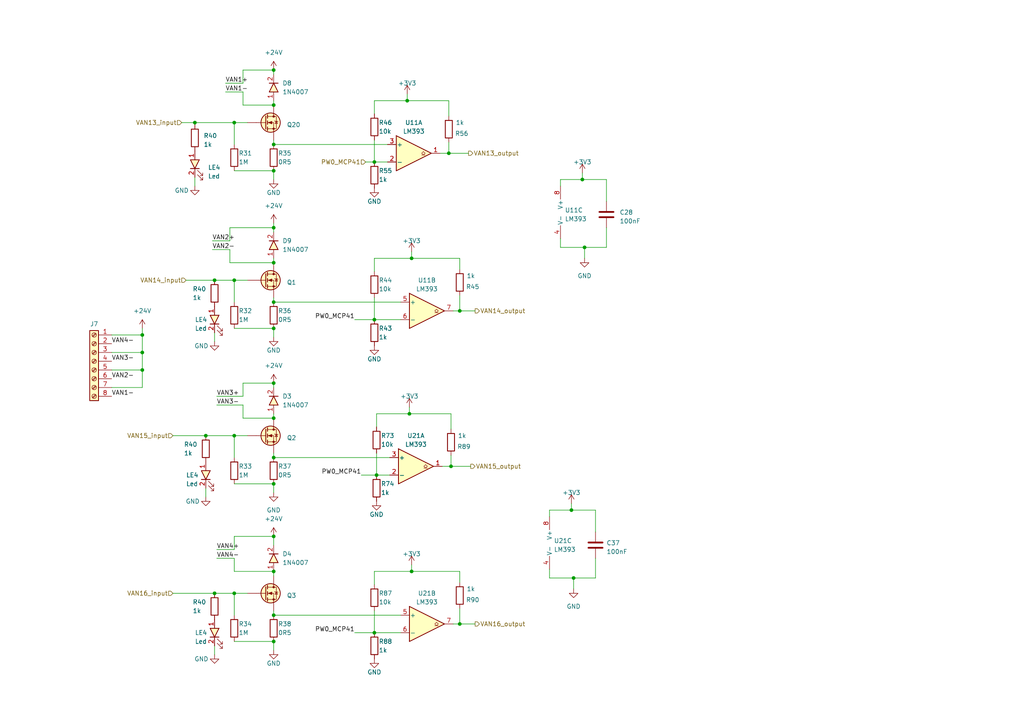
<source format=kicad_sch>
(kicad_sch (version 20230121) (generator eeschema)
  (paper "A4")
  (lib_symbols
    (symbol "Comparator:LM393" (pin_names (offset 0.127))
      (property "Reference" "U" (at 3.81 3.81 0))
      (property "Value" "LM393" (at 6.35 -3.81 0))
      (symbol "LM393_1_1"
        (polyline (pts (xy -5.08 5.08) (xy 5.08 0) (xy -5.08 -5.08) (xy -5.08 5.08)) (stroke (width 0.254)) (fill (type background)))
        (polyline (pts (xy 3.302 -0.508) (xy 2.794 -0.508) (xy 3.302 0) (xy 2.794 0.508) (xy 2.286 0) (xy 2.794 -0.508) (xy 2.286 -0.508)) (stroke (width 0.127)))
        (pin open_collector line (at 7.62 0 180) (length 2.54) (name "~") (number "1"))
        (pin input line (at -7.62 -2.54 0) (length 2.54) (name "-") (number "2"))
        (pin input line (at -7.62 2.54 0) (length 2.54) (name "+") (number "3"))
      )
      (symbol "LM393_2_1"
        (polyline (pts (xy -5.08 5.08) (xy 5.08 0) (xy -5.08 -5.08) (xy -5.08 5.08)) (stroke (width 0.254)) (fill (type background)))
        (polyline (pts (xy 3.302 -0.508) (xy 2.794 -0.508) (xy 3.302 0) (xy 2.794 0.508) (xy 2.286 0) (xy 2.794 -0.508) (xy 2.286 -0.508)) (stroke (width 0.127)))
        (pin input line (at -7.62 2.54 0) (length 2.54) (name "+") (number "5"))
        (pin input line (at -7.62 -2.54 0) (length 2.54) (name "-") (number "6"))
        (pin open_collector line (at 7.62 0 180) (length 2.54) (name "~") (number "7"))
      )
      (symbol "LM393_3_1"
        (pin power_in line (at -2.54 -7.62 90) (length 3.81) (name "V-") (number "4"))
        (pin power_in line (at -2.54 7.62 270) (length 3.81) (name "V+") (number "8"))
      )
    )
    (symbol "Connector:Screw_Terminal_01x08" (pin_names (offset 1.016) hide)
      (property "Reference" "J" (at 0 10.16 0))
      (property "Value" "Screw_Terminal_01x08" (at 0 -12.7 0))
      (symbol "Screw_Terminal_01x08_1_1"
        (rectangle (start -1.27 8.89) (end 1.27 -11.43) (stroke (width 0.254)) (fill (type background)))
        (circle (center 0 -10.16) (radius 0.635) (stroke (width 0.1524)))
        (circle (center 0 -7.62) (radius 0.635) (stroke (width 0.1524)))
        (circle (center 0 -5.08) (radius 0.635) (stroke (width 0.1524)))
        (circle (center 0 -2.54) (radius 0.635) (stroke (width 0.1524)))
        (polyline (pts (xy -0.5334 -9.8298) (xy 0.3302 -10.668)) (stroke (width 0.1524)))
        (polyline (pts (xy -0.5334 -7.2898) (xy 0.3302 -8.128)) (stroke (width 0.1524)))
        (polyline (pts (xy -0.5334 -4.7498) (xy 0.3302 -5.588)) (stroke (width 0.1524)))
        (polyline (pts (xy -0.5334 -2.2098) (xy 0.3302 -3.048)) (stroke (width 0.1524)))
        (polyline (pts (xy -0.5334 0.3302) (xy 0.3302 -0.508)) (stroke (width 0.1524)))
        (polyline (pts (xy -0.5334 2.8702) (xy 0.3302 2.032)) (stroke (width 0.1524)))
        (polyline (pts (xy -0.5334 5.4102) (xy 0.3302 4.572)) (stroke (width 0.1524)))
        (polyline (pts (xy -0.5334 7.9502) (xy 0.3302 7.112)) (stroke (width 0.1524)))
        (polyline (pts (xy -0.3556 -9.652) (xy 0.508 -10.4902)) (stroke (width 0.1524)))
        (polyline (pts (xy -0.3556 -7.112) (xy 0.508 -7.9502)) (stroke (width 0.1524)))
        (polyline (pts (xy -0.3556 -4.572) (xy 0.508 -5.4102)) (stroke (width 0.1524)))
        (polyline (pts (xy -0.3556 -2.032) (xy 0.508 -2.8702)) (stroke (width 0.1524)))
        (polyline (pts (xy -0.3556 0.508) (xy 0.508 -0.3302)) (stroke (width 0.1524)))
        (polyline (pts (xy -0.3556 3.048) (xy 0.508 2.2098)) (stroke (width 0.1524)))
        (polyline (pts (xy -0.3556 5.588) (xy 0.508 4.7498)) (stroke (width 0.1524)))
        (polyline (pts (xy -0.3556 8.128) (xy 0.508 7.2898)) (stroke (width 0.1524)))
        (circle (center 0 0) (radius 0.635) (stroke (width 0.1524)))
        (circle (center 0 2.54) (radius 0.635) (stroke (width 0.1524)))
        (circle (center 0 5.08) (radius 0.635) (stroke (width 0.1524)))
        (circle (center 0 7.62) (radius 0.635) (stroke (width 0.1524)))
        (pin passive line (at -5.08 7.62 0) (length 3.81) (name "Pin_1") (number "1"))
        (pin passive line (at -5.08 5.08 0) (length 3.81) (name "Pin_2") (number "2"))
        (pin passive line (at -5.08 2.54 0) (length 3.81) (name "Pin_3") (number "3"))
        (pin passive line (at -5.08 0 0) (length 3.81) (name "Pin_4") (number "4"))
        (pin passive line (at -5.08 -2.54 0) (length 3.81) (name "Pin_5") (number "5"))
        (pin passive line (at -5.08 -5.08 0) (length 3.81) (name "Pin_6") (number "6"))
        (pin passive line (at -5.08 -7.62 0) (length 3.81) (name "Pin_7") (number "7"))
        (pin passive line (at -5.08 -10.16 0) (length 3.81) (name "Pin_8") (number "8"))
      )
    )
    (symbol "Device:C" (pin_numbers hide) (pin_names (offset 0.254))
      (property "Reference" "C" (at 0.635 2.54 0))
      (property "Value" "C" (at 0.635 -2.54 0))
      (symbol "C_0_1"
        (polyline (pts (xy -2.032 -0.762) (xy 2.032 -0.762)) (stroke (width 0.508)))
        (polyline (pts (xy -2.032 0.762) (xy 2.032 0.762)) (stroke (width 0.508)))
      )
      (symbol "C_1_1"
        (pin passive line (at 0 3.81 270) (length 2.794) (name "~") (number "1"))
        (pin passive line (at 0 -3.81 90) (length 2.794) (name "~") (number "2"))
      )
    )
    (symbol "Device:R" (pin_numbers hide) (pin_names (offset 0))
      (property "Reference" "R" (at 2.032 0 90))
      (property "Value" "R" (at 0 0 90))
      (symbol "R_0_1"
        (rectangle (start -1.016 -2.54) (end 1.016 2.54) (stroke (width 0.254)))
      )
      (symbol "R_1_1"
        (pin passive line (at 0 3.81 270) (length 1.27) (name "~") (number "1"))
        (pin passive line (at 0 -3.81 90) (length 1.27) (name "~") (number "2"))
      )
    )
    (symbol "IVS_SYMBOLS:Led"
      (property "Reference" "LE" (at 0.508 -2.794 0))
      (property "Value" "Led" (at -0.254 2.794 0))
      (symbol "Led_0_1"
        (polyline (pts (xy 0 -1.27) (xy 0 1.27)) (stroke (width 0.254)))
        (polyline (pts (xy 2.54 -1.27) (xy 2.54 1.27) (xy 0 0) (xy 2.54 -1.27)) (stroke (width 0.254)) (fill (type background)))
        (polyline (pts (xy -1.778 -0.762) (xy -3.302 -2.286) (xy -2.54 -2.286) (xy -3.302 -2.286) (xy -3.302 -1.524)))
        (polyline (pts (xy -0.508 -0.762) (xy -2.032 -2.286) (xy -1.27 -2.286) (xy -2.032 -2.286) (xy -2.032 -1.524)))
      )
      (symbol "Led_1_1"
        (pin passive line (at 5.08 0 180) (length 2.54) (name "") (number "1"))
        (pin passive line (at -2.54 0 0) (length 2.54) (name "") (number "2"))
      )
    )
    (symbol "IVS_SYMBOLS:N_Mosfet" (pin_numbers hide) (pin_names hide)
      (property "Reference" "Q" (at 2.794 1.2192 0))
      (symbol "N_Mosfet_0_1"
        (circle (center -0.889 0) (radius 2.794) (stroke (width 0.254)) (fill (type background)))
        (circle (center 0 -1.778) (radius 0.254) (fill (type outline)))
        (polyline (pts (xy -2.286 0) (xy -5.08 0)))
        (polyline (pts (xy -2.286 1.905) (xy -2.286 -1.905)) (stroke (width 0.254)))
        (polyline (pts (xy -1.778 -1.27) (xy -1.778 -2.286)) (stroke (width 0.254)))
        (polyline (pts (xy -1.778 0.508) (xy -1.778 -0.508)) (stroke (width 0.254)))
        (polyline (pts (xy -1.778 2.286) (xy -1.778 1.27)) (stroke (width 0.254)))
        (polyline (pts (xy 0 2.54) (xy 0 1.778)))
        (polyline (pts (xy 0 -2.54) (xy 0 0) (xy -1.778 0)))
        (polyline (pts (xy -1.778 -1.778) (xy 0.762 -1.778) (xy 0.762 1.778) (xy -1.778 1.778)))
        (polyline (pts (xy -1.524 0) (xy -0.508 0.381) (xy -0.508 -0.381) (xy -1.524 0)) (fill (type outline)))
        (polyline (pts (xy 0.254 0.508) (xy 0.381 0.381) (xy 1.143 0.381) (xy 1.27 0.254)))
        (polyline (pts (xy 0.762 0.381) (xy 0.381 -0.254) (xy 1.143 -0.254) (xy 0.762 0.381)))
        (circle (center 0 1.778) (radius 0.254) (fill (type outline)))
      )
      (symbol "N_Mosfet_1_1"
        (pin input line (at -7.62 0 0) (length 2.54) (name "G") (number "1"))
        (pin passive line (at 0 -5.08 90) (length 2.54) (name "S") (number "2"))
        (pin passive line (at 0 5.08 270) (length 2.54) (name "D") (number "3"))
      )
    )
    (symbol "IVS_SYMBOL_DIR:D_Diode"
      (property "Reference" "D" (at 0 2.54 0))
      (property "Value" "D_Diode" (at 0 -2.54 0))
      (symbol "D_Diode_0_1"
        (polyline (pts (xy 0 1.27) (xy 0 -1.27)) (stroke (width 0.254)))
        (polyline (pts (xy 2.54 1.27) (xy 2.54 -1.27) (xy 0 0) (xy 2.54 1.27)) (stroke (width 0.254)) (fill (type background)))
      )
      (symbol "D_Diode_1_1"
        (pin passive line (at 5.08 0 180) (length 2.54) (name "") (number "1"))
        (pin passive line (at -2.54 0 0) (length 2.54) (name "") (number "2"))
      )
    )
    (symbol "Led_1"
      (property "Reference" "LE" (at 0.508 -2.794 0))
      (property "Value" "Led" (at -0.254 2.794 0))
      (symbol "Led_1_0_1"
        (polyline (pts (xy 0 -1.27) (xy 0 1.27)) (stroke (width 0.254)))
        (polyline (pts (xy 2.54 -1.27) (xy 2.54 1.27) (xy 0 0) (xy 2.54 -1.27)) (stroke (width 0.254)) (fill (type background)))
        (polyline (pts (xy -1.778 -0.762) (xy -3.302 -2.286) (xy -2.54 -2.286) (xy -3.302 -2.286) (xy -3.302 -1.524)))
        (polyline (pts (xy -0.508 -0.762) (xy -2.032 -2.286) (xy -1.27 -2.286) (xy -2.032 -2.286) (xy -2.032 -1.524)))
      )
      (symbol "Led_1_1_1"
        (pin passive line (at 5.08 0 180) (length 2.54) (name "") (number "1"))
        (pin passive line (at -2.54 0 0) (length 2.54) (name "") (number "2"))
      )
    )
    (symbol "Led_2"
      (property "Reference" "LE" (at 0.508 -2.794 0))
      (property "Value" "Led" (at -0.254 2.794 0))
      (symbol "Led_2_0_1"
        (polyline (pts (xy 0 -1.27) (xy 0 1.27)) (stroke (width 0.254)))
        (polyline (pts (xy 2.54 -1.27) (xy 2.54 1.27) (xy 0 0) (xy 2.54 -1.27)) (stroke (width 0.254)) (fill (type background)))
        (polyline (pts (xy -1.778 -0.762) (xy -3.302 -2.286) (xy -2.54 -2.286) (xy -3.302 -2.286) (xy -3.302 -1.524)))
        (polyline (pts (xy -0.508 -0.762) (xy -2.032 -2.286) (xy -1.27 -2.286) (xy -2.032 -2.286) (xy -2.032 -1.524)))
      )
      (symbol "Led_2_1_1"
        (pin passive line (at 5.08 0 180) (length 2.54) (name "") (number "1"))
        (pin passive line (at -2.54 0 0) (length 2.54) (name "") (number "2"))
      )
    )
    (symbol "Led_3"
      (property "Reference" "LE" (at 0.508 -2.794 0))
      (property "Value" "Led" (at -0.254 2.794 0))
      (symbol "Led_3_0_1"
        (polyline (pts (xy 0 -1.27) (xy 0 1.27)) (stroke (width 0.254)))
        (polyline (pts (xy 2.54 -1.27) (xy 2.54 1.27) (xy 0 0) (xy 2.54 -1.27)) (stroke (width 0.254)) (fill (type background)))
        (polyline (pts (xy -1.778 -0.762) (xy -3.302 -2.286) (xy -2.54 -2.286) (xy -3.302 -2.286) (xy -3.302 -1.524)))
        (polyline (pts (xy -0.508 -0.762) (xy -2.032 -2.286) (xy -1.27 -2.286) (xy -2.032 -2.286) (xy -2.032 -1.524)))
      )
      (symbol "Led_3_1_1"
        (pin passive line (at 5.08 0 180) (length 2.54) (name "") (number "1"))
        (pin passive line (at -2.54 0 0) (length 2.54) (name "") (number "2"))
      )
    )
    (symbol "power:+24V" (power) (pin_names (offset 0))
      (property "Value" "+24V" (at 0 3.556 0))
      (symbol "+24V_0_1"
        (polyline (pts (xy -0.762 1.27) (xy 0 2.54)))
        (polyline (pts (xy 0 0) (xy 0 2.54)))
        (polyline (pts (xy 0 2.54) (xy 0.762 1.27)))
      )
      (symbol "+24V_1_1"
        (pin power_in line (at 0 0 90) (length 0) hide (name "+24V") (number "1"))
      )
    )
    (symbol "power:+3V3" (power) (pin_names (offset 0))
      (property "Value" "+3V3" (at 0 3.556 0))
      (symbol "+3V3_0_1"
        (polyline (pts (xy -0.762 1.27) (xy 0 2.54)))
        (polyline (pts (xy 0 0) (xy 0 2.54)))
        (polyline (pts (xy 0 2.54) (xy 0.762 1.27)))
      )
      (symbol "+3V3_1_1"
        (pin power_in line (at 0 0 90) (length 0) hide (name "+3V3") (number "1"))
      )
    )
    (symbol "power:GND" (power) (pin_names (offset 0))
      (property "Value" "GND" (at 0 -3.81 0))
      (symbol "GND_0_1"
        (polyline (pts (xy 0 0) (xy 0 -1.27) (xy 1.27 -1.27) (xy 0 -2.54) (xy -1.27 -1.27) (xy 0 -1.27)))
      )
      (symbol "GND_1_1"
        (pin power_in line (at 0 0 270) (length 0) hide (name "GND") (number "1"))
      )
    )
  )
  (junction (at 108.585 46.99))
  (junction (at 56.515 35.56))
  (junction (at 119.38 165.735))
  (junction (at 109.22 137.795))
  (junction (at 79.375 178.435))
  (junction (at 130.175 44.45))
  (junction (at 118.11 29.21))
  (junction (at 79.375 186.055))
  (junction (at 165.735 147.955))
  (junction (at 133.35 180.975))
  (junction (at 67.945 126.365))
  (junction (at 41.275 107.315))
  (junction (at 79.375 140.335))
  (junction (at 79.375 95.25))
  (junction (at 79.375 76.2))
  (junction (at 67.945 172.085))
  (junction (at 79.375 121.285))
  (junction (at 119.38 74.93))
  (junction (at 133.35 90.17))
  (junction (at 168.91 52.07))
  (junction (at 79.375 66.04))
  (junction (at 67.945 35.56))
  (junction (at 169.545 71.755))
  (junction (at 79.375 165.735))
  (junction (at 41.275 102.235))
  (junction (at 108.585 183.515))
  (junction (at 108.585 92.71))
  (junction (at 118.745 120.015))
  (junction (at 59.69 126.365))
  (junction (at 166.37 167.64))
  (junction (at 62.23 172.085))
  (junction (at 62.23 81.28))
  (junction (at 79.375 20.32))
  (junction (at 67.945 81.28))
  (junction (at 79.375 49.53))
  (junction (at 79.375 87.63))
  (junction (at 79.375 132.715))
  (junction (at 41.275 97.155))
  (junction (at 79.375 41.91))
  (junction (at 79.375 155.575))
  (junction (at 79.375 30.48))
  (junction (at 130.81 135.255))
  (junction (at 79.375 111.125))
  (wire (pts (xy 66.675 76.2) (xy 79.375 76.2)))
  (wire (pts (xy 53.975 81.28) (xy 62.23 81.28)))
  (wire (pts (xy 67.945 155.575) (xy 79.375 155.575)))
  (wire (pts (xy 119.38 74.93) (xy 133.35 74.93)))
  (wire (pts (xy 104.775 137.795) (xy 109.22 137.795)))
  (wire (pts (xy 168.91 50.165) (xy 168.91 52.07)))
  (wire (pts (xy 79.375 165.735) (xy 79.375 167.005)))
  (wire (pts (xy 62.23 172.085) (xy 67.945 172.085)))
  (wire (pts (xy 166.37 167.64) (xy 166.37 170.815)))
  (wire (pts (xy 67.945 126.365) (xy 71.755 126.365)))
  (wire (pts (xy 133.35 180.975) (xy 137.795 180.975)))
  (wire (pts (xy 108.585 169.545) (xy 108.585 165.735)))
  (wire (pts (xy 172.72 167.64) (xy 172.72 161.925)))
  (wire (pts (xy 116.205 87.63) (xy 79.375 87.63)))
  (wire (pts (xy 79.375 120.015) (xy 79.375 121.285)))
  (wire (pts (xy 67.945 35.56) (xy 71.755 35.56)))
  (wire (pts (xy 175.895 58.42) (xy 175.895 52.07)))
  (wire (pts (xy 162.56 52.07) (xy 162.56 53.975)))
  (wire (pts (xy 70.485 114.935) (xy 70.485 111.125)))
  (wire (pts (xy 162.56 71.755) (xy 169.545 71.755)))
  (wire (pts (xy 166.37 167.64) (xy 172.72 167.64)))
  (wire (pts (xy 133.35 165.735) (xy 133.35 168.91)))
  (wire (pts (xy 41.275 112.395) (xy 32.385 112.395)))
  (wire (pts (xy 62.865 161.925) (xy 67.945 161.925)))
  (wire (pts (xy 59.69 141.605) (xy 59.69 144.145)))
  (wire (pts (xy 70.485 26.67) (xy 70.485 30.48)))
  (wire (pts (xy 108.585 165.735) (xy 119.38 165.735)))
  (wire (pts (xy 67.945 87.63) (xy 67.945 81.28)))
  (wire (pts (xy 67.945 81.28) (xy 71.755 81.28)))
  (wire (pts (xy 130.81 120.015) (xy 118.745 120.015)))
  (wire (pts (xy 159.385 167.64) (xy 166.37 167.64)))
  (wire (pts (xy 56.515 35.56) (xy 67.945 35.56)))
  (wire (pts (xy 168.91 52.07) (xy 162.56 52.07)))
  (wire (pts (xy 65.405 24.13) (xy 70.485 24.13)))
  (wire (pts (xy 79.375 64.77) (xy 79.375 66.04)))
  (wire (pts (xy 119.38 165.735) (xy 133.35 165.735)))
  (wire (pts (xy 32.385 97.155) (xy 41.275 97.155)))
  (wire (pts (xy 65.405 26.67) (xy 70.485 26.67)))
  (wire (pts (xy 32.385 102.235) (xy 41.275 102.235)))
  (wire (pts (xy 66.675 66.04) (xy 79.375 66.04)))
  (wire (pts (xy 79.375 155.575) (xy 79.375 158.115)))
  (wire (pts (xy 79.375 29.21) (xy 79.375 30.48)))
  (wire (pts (xy 62.865 114.935) (xy 70.485 114.935)))
  (wire (pts (xy 70.485 24.13) (xy 70.485 20.32)))
  (wire (pts (xy 118.11 29.21) (xy 108.585 29.21)))
  (wire (pts (xy 108.585 183.515) (xy 116.205 183.515)))
  (wire (pts (xy 102.87 183.515) (xy 108.585 183.515)))
  (wire (pts (xy 50.165 172.085) (xy 62.23 172.085)))
  (wire (pts (xy 159.385 147.955) (xy 159.385 149.86)))
  (wire (pts (xy 67.945 178.435) (xy 67.945 172.085)))
  (wire (pts (xy 106.045 46.99) (xy 108.585 46.99)))
  (wire (pts (xy 127.635 44.45) (xy 130.175 44.45)))
  (wire (pts (xy 62.23 81.28) (xy 67.945 81.28)))
  (wire (pts (xy 133.35 90.17) (xy 137.795 90.17)))
  (wire (pts (xy 162.56 69.215) (xy 162.56 71.755)))
  (wire (pts (xy 67.945 172.085) (xy 71.755 172.085)))
  (wire (pts (xy 66.675 69.85) (xy 66.675 66.04)))
  (wire (pts (xy 67.945 126.365) (xy 67.945 132.715)))
  (wire (pts (xy 79.375 131.445) (xy 79.375 132.715)))
  (wire (pts (xy 133.35 74.93) (xy 133.35 78.105)))
  (wire (pts (xy 169.545 71.755) (xy 169.545 74.93)))
  (wire (pts (xy 67.945 159.385) (xy 67.945 155.575)))
  (wire (pts (xy 175.895 52.07) (xy 168.91 52.07)))
  (wire (pts (xy 108.585 86.36) (xy 108.585 92.71)))
  (wire (pts (xy 62.23 187.325) (xy 62.23 189.865)))
  (wire (pts (xy 79.375 40.64) (xy 79.375 41.91)))
  (wire (pts (xy 159.385 165.1) (xy 159.385 167.64)))
  (wire (pts (xy 108.585 92.71) (xy 116.205 92.71)))
  (wire (pts (xy 109.22 137.795) (xy 113.03 137.795)))
  (wire (pts (xy 116.205 178.435) (xy 79.375 178.435)))
  (wire (pts (xy 133.35 90.17) (xy 131.445 90.17)))
  (wire (pts (xy 130.175 29.21) (xy 118.11 29.21)))
  (wire (pts (xy 79.375 74.93) (xy 79.375 76.2)))
  (wire (pts (xy 79.375 49.53) (xy 79.375 52.07)))
  (wire (pts (xy 133.35 176.53) (xy 133.35 180.975)))
  (wire (pts (xy 67.945 186.055) (xy 79.375 186.055)))
  (wire (pts (xy 67.945 49.53) (xy 79.375 49.53)))
  (wire (pts (xy 50.165 126.365) (xy 59.69 126.365)))
  (wire (pts (xy 108.585 40.64) (xy 108.585 46.99)))
  (wire (pts (xy 109.22 131.445) (xy 109.22 137.795)))
  (wire (pts (xy 172.72 147.955) (xy 165.735 147.955)))
  (wire (pts (xy 79.375 41.91) (xy 112.395 41.91)))
  (wire (pts (xy 130.81 135.255) (xy 136.525 135.255)))
  (wire (pts (xy 70.485 121.285) (xy 79.375 121.285)))
  (wire (pts (xy 102.87 92.71) (xy 108.585 92.71)))
  (wire (pts (xy 79.375 132.715) (xy 113.03 132.715)))
  (wire (pts (xy 175.895 71.755) (xy 175.895 66.04)))
  (wire (pts (xy 70.485 111.125) (xy 79.375 111.125)))
  (wire (pts (xy 108.585 74.93) (xy 119.38 74.93)))
  (wire (pts (xy 41.275 102.235) (xy 41.275 107.315)))
  (wire (pts (xy 66.675 72.39) (xy 66.675 76.2)))
  (wire (pts (xy 119.38 163.83) (xy 119.38 165.735)))
  (wire (pts (xy 79.375 111.125) (xy 79.375 112.395)))
  (wire (pts (xy 70.485 117.475) (xy 70.485 121.285)))
  (wire (pts (xy 79.375 177.165) (xy 79.375 178.435)))
  (wire (pts (xy 108.585 78.74) (xy 108.585 74.93)))
  (wire (pts (xy 70.485 30.48) (xy 79.375 30.48)))
  (wire (pts (xy 59.69 126.365) (xy 67.945 126.365)))
  (wire (pts (xy 108.585 177.165) (xy 108.585 183.515)))
  (wire (pts (xy 79.375 66.04) (xy 79.375 67.31)))
  (wire (pts (xy 133.35 180.975) (xy 131.445 180.975)))
  (wire (pts (xy 41.275 95.25) (xy 41.275 97.155)))
  (wire (pts (xy 79.375 95.25) (xy 79.375 97.79)))
  (wire (pts (xy 133.35 85.725) (xy 133.35 90.17)))
  (wire (pts (xy 67.945 161.925) (xy 67.945 165.735)))
  (wire (pts (xy 56.515 51.435) (xy 56.515 53.975)))
  (wire (pts (xy 165.735 146.05) (xy 165.735 147.955)))
  (wire (pts (xy 79.375 20.32) (xy 79.375 21.59)))
  (wire (pts (xy 130.175 44.45) (xy 135.89 44.45)))
  (wire (pts (xy 32.385 107.315) (xy 41.275 107.315)))
  (wire (pts (xy 67.945 95.25) (xy 79.375 95.25)))
  (wire (pts (xy 119.38 73.025) (xy 119.38 74.93)))
  (wire (pts (xy 41.275 97.155) (xy 41.275 102.235)))
  (wire (pts (xy 108.585 46.99) (xy 112.395 46.99)))
  (wire (pts (xy 169.545 71.755) (xy 175.895 71.755)))
  (wire (pts (xy 108.585 33.02) (xy 108.585 29.21)))
  (wire (pts (xy 61.595 69.85) (xy 66.675 69.85)))
  (wire (pts (xy 79.375 86.36) (xy 79.375 87.63)))
  (wire (pts (xy 61.595 72.39) (xy 66.675 72.39)))
  (wire (pts (xy 128.27 135.255) (xy 130.81 135.255)))
  (wire (pts (xy 62.865 159.385) (xy 67.945 159.385)))
  (wire (pts (xy 56.515 36.195) (xy 56.515 35.56)))
  (wire (pts (xy 79.375 186.055) (xy 79.375 188.595)))
  (wire (pts (xy 67.945 140.335) (xy 79.375 140.335)))
  (wire (pts (xy 130.81 124.46) (xy 130.81 120.015)))
  (wire (pts (xy 130.175 41.275) (xy 130.175 44.45)))
  (wire (pts (xy 118.11 27.305) (xy 118.11 29.21)))
  (wire (pts (xy 52.705 35.56) (xy 56.515 35.56)))
  (wire (pts (xy 165.735 147.955) (xy 159.385 147.955)))
  (wire (pts (xy 62.865 117.475) (xy 70.485 117.475)))
  (wire (pts (xy 79.375 140.335) (xy 79.375 142.875)))
  (wire (pts (xy 41.275 107.315) (xy 41.275 112.395)))
  (wire (pts (xy 118.745 120.015) (xy 109.22 120.015)))
  (wire (pts (xy 62.23 96.52) (xy 62.23 99.06)))
  (wire (pts (xy 118.745 118.11) (xy 118.745 120.015)))
  (wire (pts (xy 67.945 41.91) (xy 67.945 35.56)))
  (wire (pts (xy 130.175 33.655) (xy 130.175 29.21)))
  (wire (pts (xy 67.945 165.735) (xy 79.375 165.735)))
  (wire (pts (xy 130.81 132.08) (xy 130.81 135.255)))
  (wire (pts (xy 70.485 20.32) (xy 79.375 20.32)))
  (wire (pts (xy 109.22 123.825) (xy 109.22 120.015)))
  (wire (pts (xy 172.72 154.305) (xy 172.72 147.955)))
  (label "VAN1-" (at 32.385 114.935 0))
  (label "VAN1-" (at 65.405 26.67 0))
  (label "VAN4+" (at 62.865 159.385 0))
  (label "VAN1+" (at 65.405 24.13 0))
  (label "VAN4-" (at 32.385 99.695 0))
  (label "VAN3+" (at 62.865 114.935 0))
  (label "VAN3-" (at 32.385 104.775 0))
  (label "PW0_MCP41" (at 102.87 183.515 180))
  (label "VAN4-" (at 62.865 161.925 0))
  (label "VAN2-" (at 61.595 72.39 0))
  (label "PW0_MCP41" (at 104.775 137.795 180))
  (label "VAN2+" (at 61.595 69.85 0))
  (label "VAN2-" (at 32.385 109.855 0))
  (label "PW0_MCP41" (at 102.87 92.71 180))
  (label "VAN3-" (at 62.865 117.475 0))
  (hierarchical_label "VAN16_output" (shape output) (at 137.795 180.975 0))
  (hierarchical_label "VAN15_output" (shape output) (at 136.525 135.255 0))
  (hierarchical_label "VAN13_output" (shape output) (at 135.89 44.45 0))
  (hierarchical_label "VAN14_input" (shape input) (at 53.975 81.28 180))
  (hierarchical_label "VAN16_input" (shape input) (at 50.165 172.085 180))
  (hierarchical_label "VAN14_output" (shape output) (at 137.795 90.17 0))
  (hierarchical_label "VAN13_input" (shape input) (at 52.705 35.56 180))
  (hierarchical_label "PW0_MCP41" (shape input) (at 106.045 46.99 180))
  (hierarchical_label "VAN15_input" (shape input) (at 50.165 126.365 180))
  (symbol (lib_id "power:GND") (at 62.23 189.865 0) (unit 1)
    (property "Reference" "#PWR083" (effects hide))
    (property "Value" "GND" (at 58.42 191.135 0))
    (instances (project "dongtam" (path "" (reference "#PWR083") (unit 1)) (path "" (reference "#PWR0142") (unit 1)) (path "" (reference "#PWR0134") (unit 1))))
  )
  (symbol (lib_id "power:+24V") (at 41.275 95.25 0) (unit 1)
    (property "Reference" "#PWR088" (effects hide))
    (property "Value" "+24V" (at 41.275 90.17 0))
    (instances (project "dongtam" (path "" (reference "#PWR088") (unit 1)) (path "" (reference "#PWR0130") (unit 1))))
  )
  (symbol (lib_id "IVS_SYMBOL_DIR:D_Diode") (at 79.375 114.935 270) (unit 1)
    (property "Reference" "D3" (at 81.915 114.9349 90) (effects (justify left)))
    (property "Value" "1N4007" (at 81.915 117.4749 90) (effects (justify left)))
    (property "Footprint" "IVS_FOOTPRINTS:D_SOD323" (effects hide))
    (instances (project "dongtam" (path "" (reference "D3") (unit 1)) (path "" (reference "D20") (unit 1))))
  )
  (symbol (lib_id "power:GND") (at 79.375 142.875 0) (unit 1)
    (property "Reference" "#PWR078" (effects hide))
    (property "Value" "GND" (at 79.375 147.955 0))
    (instances (project "dongtam" (path "" (reference "#PWR078") (unit 1)) (path "" (reference "#PWR0144") (unit 1))))
  )
  (symbol (lib_id "Device:C") (at 175.895 62.23 0) (unit 1)
    (property "Reference" "C28" (at 179.705 61.595 0) (effects (justify left)))
    (property "Value" "100nF" (at 179.705 64.135 0) (effects (justify left)))
    (property "Footprint" "IVS_FOOTPRINTS:C_0603" (effects hide))
    (instances (project "dongtam" (path "" (reference "C28") (unit 1)) (path "" (reference "C45") (unit 1))))
  )
  (symbol (lib_id "power:GND") (at 56.515 53.975 0) (unit 1)
    (property "Reference" "#PWR083" (effects hide))
    (property "Value" "GND" (at 52.705 55.245 0))
    (instances (project "dongtam" (path "" (reference "#PWR083") (unit 1)) (path "" (reference "#PWR0124") (unit 1)) (path "" (reference "#PWR0131") (unit 1))))
  )
  (symbol (lib_id "Comparator:LM393") (at 161.925 157.48 0) (unit 3)
    (property "Reference" "U21" (at 160.655 156.845 0) (effects (justify left)))
    (property "Value" "LM393" (at 160.655 159.385 0) (effects (justify left)))
    (property "Footprint" "IVS_FOOTPRINTS:SOIC-8_3.9x4.9mm_P1.27mm" (effects hide))
    (property "Datasheet" "http://www.ti.com/lit/ds/symlink/lm393.pdf" (effects hide))
    (instances (project "dongtam" (path "" (reference "U21") (unit 3)) (path "" (reference "U24") (unit 3))))
  )
  (symbol (lib_id "IVS_SYMBOL_DIR:D_Diode") (at 79.375 160.655 270) (unit 1)
    (property "Reference" "D4" (at 81.915 160.6549 90) (effects (justify left)))
    (property "Value" "1N4007" (at 81.915 163.1949 90) (effects (justify left)))
    (property "Footprint" "IVS_FOOTPRINTS:D_SOD323" (effects hide))
    (instances (project "dongtam" (path "" (reference "D4") (unit 1)) (path "" (reference "D21") (unit 1))))
  )
  (symbol (lib_id "power:GND") (at 59.69 144.145 0) (unit 1)
    (property "Reference" "#PWR083" (effects hide))
    (property "Value" "GND" (at 55.88 145.415 0))
    (instances (project "dongtam" (path "" (reference "#PWR083") (unit 1)) (path "" (reference "#PWR0141") (unit 1)) (path "" (reference "#PWR0132") (unit 1))))
  )
  (symbol (lib_id "power:GND") (at 79.375 97.79 0) (unit 1)
    (property "Reference" "#PWR076" (effects hide))
    (property "Value" "GND" (at 79.375 101.6 0))
    (instances (project "dongtam" (path "" (reference "#PWR076") (unit 1)) (path "" (reference "#PWR0138") (unit 1))))
  )
  (symbol (lib_id "IVS_SYMBOLS:N_Mosfet") (at 79.375 126.365 0) (unit 1)
    (property "Reference" "Q2" (at 83.185 127 0) (effects (justify left)))
    (property "Value" "N_Mosfet" (effects hide))
    (property "Footprint" "IVS_FOOTPRINTS:SOT23-3" (effects hide))
    (property "Datasheet" "https://www.onsemi.com/pub/Collateral/BSS138-D.PDF" (effects hide))
    (instances (project "dongtam" (path "" (reference "Q2") (unit 1)) (path "" (reference "Q14") (unit 1))))
  )
  (symbol (lib_id "Device:R") (at 67.945 136.525 0) (unit 1)
    (property "Reference" "R33" (at 69.215 135.255 0) (effects (justify left)))
    (property "Value" "1M" (at 69.215 137.795 0) (effects (justify left)))
    (property "Footprint" "IVS_FOOTPRINTS:R_0603" (effects hide))
    (instances (project "dongtam" (path "" (reference "R33") (unit 1)) (path "" (reference "R85") (unit 1))))
  )
  (symbol (lib_id "Device:R") (at 108.585 187.325 0) (unit 1)
    (property "Reference" "R88" (at 109.855 186.055 0) (effects (justify left)))
    (property "Value" "1k" (at 109.855 188.595 0) (effects (justify left)))
    (property "Footprint" "IVS_FOOTPRINTS:R_0603" (effects hide))
    (instances (project "dongtam" (path "" (reference "R88") (unit 1)) (path "" (reference "R147") (unit 1))))
  )
  (symbol (lib_id "power:+24V") (at 79.375 64.77 0) (unit 1)
    (property "Reference" "#PWR075" (effects hide))
    (property "Value" "+24V" (at 79.375 59.69 0))
    (instances (project "dongtam" (path "" (reference "#PWR075") (unit 1)) (path "" (reference "#PWR0137") (unit 1))))
  )
  (symbol (lib_id "power:GND") (at 108.585 54.61 0) (unit 1)
    (property "Reference" "#PWR089" (effects hide))
    (property "Value" "GND" (at 108.585 58.42 0))
    (instances (project "dongtam" (path "" (reference "#PWR089") (unit 1)) (path "" (reference "#PWR0147") (unit 1))))
  )
  (symbol (lib_id "Comparator:LM393") (at 120.65 135.255 0) (unit 1)
    (property "Reference" "U21" (at 120.65 126.365 0))
    (property "Value" "LM393" (at 120.65 128.905 0))
    (property "Footprint" "IVS_FOOTPRINTS:SOIC-8_3.9x4.9mm_P1.27mm" (effects hide))
    (property "Datasheet" "http://www.ti.com/lit/ds/symlink/lm393.pdf" (effects hide))
    (instances (project "dongtam" (path "" (reference "U21") (unit 1)) (path "" (reference "U24") (unit 1))))
  )
  (symbol (lib_id "power:GND") (at 109.22 145.415 0) (unit 1)
    (property "Reference" "#PWR091" (effects hide))
    (property "Value" "GND" (at 109.22 149.225 0))
    (instances (project "dongtam" (path "" (reference "#PWR091") (unit 1)) (path "" (reference "#PWR0197") (unit 1))))
  )
  (symbol (lib_id "IVS_SYMBOL_DIR:D_Diode") (at 79.375 69.85 270) (unit 1)
    (property "Reference" "D9" (at 81.915 69.8499 90) (effects (justify left)))
    (property "Value" "1N4007" (at 81.915 72.3899 90) (effects (justify left)))
    (property "Footprint" "IVS_FOOTPRINTS:D_SOD323" (effects hide))
    (instances (project "dongtam" (path "" (reference "D9") (unit 1)) (path "" (reference "D19") (unit 1))))
  )
  (symbol (lib_id "power:+3V3") (at 168.91 50.165 0) (unit 1)
    (property "Reference" "#PWR04" (effects hide))
    (property "Value" "+3V3" (at 168.91 46.99 0))
    (instances (project "dongtam" (path "" (reference "#PWR04") (unit 1)) (path "" (reference "#PWR0204") (unit 1))))
  )
  (symbol (lib_id "Device:R") (at 108.585 50.8 0) (unit 1)
    (property "Reference" "R55" (at 109.855 49.53 0) (effects (justify left)))
    (property "Value" "1k" (at 109.855 52.07 0) (effects (justify left)))
    (property "Footprint" "IVS_FOOTPRINTS:R_0603" (effects hide))
    (instances (project "dongtam" (path "" (reference "R55") (unit 1)) (path "" (reference "R143") (unit 1))))
  )
  (symbol (lib_id "Device:R") (at 79.375 136.525 0) (unit 1)
    (property "Reference" "R37" (at 80.645 135.255 0) (effects (justify left)))
    (property "Value" "0R5" (at 80.645 137.795 0) (effects (justify left)))
    (property "Footprint" "IVS_FOOTPRINTS:R_0805" (effects hide))
    (instances (project "dongtam" (path "" (reference "R37") (unit 1)) (path "" (reference "R93") (unit 1))))
  )
  (symbol (lib_id "Comparator:LM393") (at 165.1 61.595 0) (unit 3)
    (property "Reference" "U11" (at 163.83 60.96 0) (effects (justify left)))
    (property "Value" "LM393" (at 163.83 63.5 0) (effects (justify left)))
    (property "Footprint" "IVS_FOOTPRINTS:SOIC-8_3.9x4.9mm_P1.27mm" (effects hide))
    (property "Datasheet" "http://www.ti.com/lit/ds/symlink/lm393.pdf" (effects hide))
    (instances (project "dongtam" (path "" (reference "U11") (unit 3)) (path "" (reference "U14") (unit 3))))
  )
  (symbol (lib_id "Device:R") (at 67.945 91.44 0) (unit 1)
    (property "Reference" "R32" (at 69.215 90.17 0) (effects (justify left)))
    (property "Value" "1M" (at 69.215 92.71 0) (effects (justify left)))
    (property "Footprint" "IVS_FOOTPRINTS:R_0603" (effects hide))
    (instances (project "dongtam" (path "" (reference "R32") (unit 1)) (path "" (reference "R84") (unit 1))))
  )
  (symbol (lib_id "Device:R") (at 108.585 173.355 0) (unit 1)
    (property "Reference" "R87" (at 109.855 172.085 0) (effects (justify left)))
    (property "Value" "10k" (at 109.855 174.625 0) (effects (justify left)))
    (property "Footprint" "IVS_FOOTPRINTS:R_0603" (effects hide))
    (instances (project "dongtam" (path "" (reference "R87") (unit 1)) (path "" (reference "R146") (unit 1))))
  )
  (symbol (lib_id "IVS_SYMBOL_DIR:D_Diode") (at 79.375 24.13 270) (unit 1)
    (property "Reference" "D8" (at 81.915 24.1299 90) (effects (justify left)))
    (property "Value" "1N4007" (at 81.915 26.6699 90) (effects (justify left)))
    (property "Footprint" "IVS_FOOTPRINTS:D_SOD323" (effects hide))
    (instances (project "dongtam" (path "" (reference "D8") (unit 1)) (path "" (reference "D18") (unit 1))))
  )
  (symbol (lib_id "IVS_SYMBOLS:N_Mosfet") (at 79.375 35.56 0) (unit 1)
    (property "Reference" "Q20" (at 83.185 36.195 0) (effects (justify left)))
    (property "Value" "N_Mosfet" (effects hide))
    (property "Footprint" "IVS_FOOTPRINTS:SOT23-3" (effects hide))
    (property "Datasheet" "https://www.onsemi.com/pub/Collateral/BSS138-D.PDF" (effects hide))
    (instances (project "dongtam" (path "" (reference "Q20") (unit 1)) (path "" (reference "Q12") (unit 1))))
  )
  (symbol (lib_id "Device:R") (at 56.515 40.005 0) (unit 1)
    (property "Reference" "R40" (at 59.055 39.37 0) (effects (justify left)))
    (property "Value" "1k" (at 59.055 41.91 0) (effects (justify left)))
    (property "Footprint" "IVS_FOOTPRINTS:R_0603" (effects hide))
    (instances (project "dongtam" (path "" (reference "R40") (unit 1)) (path "" (reference "R114") (unit 1)) (path "" (reference "R79") (unit 1))))
  )
  (symbol (lib_id "Comparator:LM393") (at 123.825 90.17 0) (unit 2)
    (property "Reference" "U11" (at 123.825 81.28 0))
    (property "Value" "LM393" (at 123.825 83.82 0))
    (property "Footprint" "IVS_FOOTPRINTS:SOIC-8_3.9x4.9mm_P1.27mm" (effects hide))
    (property "Datasheet" "http://www.ti.com/lit/ds/symlink/lm393.pdf" (effects hide))
    (instances (project "dongtam" (path "" (reference "U11") (unit 2)) (path "" (reference "U14") (unit 2))))
  )
  (symbol (lib_name "Led_3") (lib_id "IVS_SYMBOLS:Led") (at 62.23 184.785 90) (unit 1)
    (property "Reference" "LE4" (at 56.515 183.515 90) (effects (justify right)))
    (property "Value" "Led" (at 56.515 186.055 90) (effects (justify right)))
    (property "Footprint" "IVS_FOOTPRINTS:LED_0603" (effects hide))
    (instances (project "dongtam" (path "" (reference "LE4") (unit 1)) (path "" (reference "LE9") (unit 1)) (path "" (reference "LE21") (unit 1))))
  )
  (symbol (lib_id "power:GND") (at 166.37 170.815 0) (unit 1)
    (property "Reference" "#PWR0123" (effects hide))
    (property "Value" "GND" (at 166.37 175.895 0))
    (instances (project "dongtam" (path "" (reference "#PWR0123") (unit 1)) (path "" (reference "#PWR0203") (unit 1))))
  )
  (symbol (lib_id "Device:R") (at 62.23 85.09 0) (unit 1)
    (property "Reference" "R40" (at 55.88 83.82 0) (effects (justify left)))
    (property "Value" "1k" (at 55.88 86.36 0) (effects (justify left)))
    (property "Footprint" "IVS_FOOTPRINTS:R_0603" (effects hide))
    (instances (project "dongtam" (path "" (reference "R40") (unit 1)) (path "" (reference "R115") (unit 1)) (path "" (reference "R81") (unit 1))))
  )
  (symbol (lib_id "IVS_SYMBOLS:N_Mosfet") (at 79.375 172.085 0) (unit 1)
    (property "Reference" "Q3" (at 83.185 172.72 0) (effects (justify left)))
    (property "Value" "N_Mosfet" (effects hide))
    (property "Footprint" "IVS_FOOTPRINTS:SOT23-3" (effects hide))
    (property "Datasheet" "https://www.onsemi.com/pub/Collateral/BSS138-D.PDF" (effects hide))
    (instances (project "dongtam" (path "" (reference "Q3") (unit 1)) (path "" (reference "Q15") (unit 1))))
  )
  (symbol (lib_id "power:+3V3") (at 118.745 118.11 0) (unit 1)
    (property "Reference" "#PWR0105" (effects hide))
    (property "Value" "+3V3" (at 118.745 114.935 0))
    (instances (project "dongtam" (path "" (reference "#PWR0105") (unit 1)) (path "" (reference "#PWR0199") (unit 1))))
  )
  (symbol (lib_name "Led_2") (lib_id "IVS_SYMBOLS:Led") (at 62.23 93.98 90) (unit 1)
    (property "Reference" "LE4" (at 56.515 92.71 90) (effects (justify right)))
    (property "Value" "Led" (at 56.515 95.25 90) (effects (justify right)))
    (property "Footprint" "IVS_FOOTPRINTS:LED_0603" (effects hide))
    (instances (project "dongtam" (path "" (reference "LE4") (unit 1)) (path "" (reference "LE7") (unit 1)) (path "" (reference "LE20") (unit 1))))
  )
  (symbol (lib_id "power:+24V") (at 79.375 111.125 0) (unit 1)
    (property "Reference" "#PWR077" (effects hide))
    (property "Value" "+24V" (at 79.375 106.045 0))
    (instances (project "dongtam" (path "" (reference "#PWR077") (unit 1)) (path "" (reference "#PWR0139") (unit 1))))
  )
  (symbol (lib_id "Device:R") (at 67.945 45.72 0) (unit 1)
    (property "Reference" "R31" (at 69.215 44.45 0) (effects (justify left)))
    (property "Value" "1M" (at 69.215 46.99 0) (effects (justify left)))
    (property "Footprint" "IVS_FOOTPRINTS:R_0603" (effects hide))
    (instances (project "dongtam" (path "" (reference "R31") (unit 1)) (path "" (reference "R83") (unit 1))))
  )
  (symbol (lib_id "Connector:Screw_Terminal_01x08") (at 27.305 104.775 0) (mirror y) (unit 1)
    (property "Reference" "J7" (at 27.305 93.98 0))
    (property "Value" "Screw_Terminal_01x08" (effects hide))
    (property "Footprint" "IVS_FOOTPRINTS:HT-3.96mm" (effects hide))
    (instances (project "dongtam" (path "" (reference "J7") (unit 1)) (path "" (reference "J10") (unit 1))))
  )
  (symbol (lib_name "Led_1") (lib_id "IVS_SYMBOLS:Led") (at 59.69 139.065 90) (unit 1)
    (property "Reference" "LE4" (at 53.975 137.795 90) (effects (justify right)))
    (property "Value" "Led" (at 53.975 140.335 90) (effects (justify right)))
    (property "Footprint" "IVS_FOOTPRINTS:LED_0603" (effects hide))
    (instances (project "dongtam" (path "" (reference "LE4") (unit 1)) (path "" (reference "LE8") (unit 1)) (path "" (reference "LE19") (unit 1))))
  )
  (symbol (lib_id "Device:R") (at 108.585 82.55 0) (unit 1)
    (property "Reference" "R44" (at 109.855 81.28 0) (effects (justify left)))
    (property "Value" "10k" (at 109.855 83.82 0) (effects (justify left)))
    (property "Footprint" "IVS_FOOTPRINTS:R_0603" (effects hide))
    (instances (project "dongtam" (path "" (reference "R44") (unit 1)) (path "" (reference "R144") (unit 1))))
  )
  (symbol (lib_id "Device:R") (at 130.81 128.27 180) (unit 1)
    (property "Reference" "R89" (at 136.525 129.54 0) (effects (justify left)))
    (property "Value" "1k" (at 135.255 126.365 0) (effects (justify left)))
    (property "Footprint" "IVS_FOOTPRINTS:R_0603" (effects hide))
    (instances (project "dongtam" (path "" (reference "R89") (unit 1)) (path "" (reference "R151") (unit 1))))
  )
  (symbol (lib_id "Device:R") (at 62.23 175.895 0) (unit 1)
    (property "Reference" "R40" (at 55.88 174.625 0) (effects (justify left)))
    (property "Value" "1k" (at 55.88 177.165 0) (effects (justify left)))
    (property "Footprint" "IVS_FOOTPRINTS:R_0603" (effects hide))
    (instances (project "dongtam" (path "" (reference "R40") (unit 1)) (path "" (reference "R117") (unit 1)) (path "" (reference "R82") (unit 1))))
  )
  (symbol (lib_id "power:GND") (at 108.585 191.135 0) (unit 1)
    (property "Reference" "#PWR0102" (effects hide))
    (property "Value" "GND" (at 108.585 194.945 0))
    (instances (project "dongtam" (path "" (reference "#PWR0102") (unit 1)) (path "" (reference "#PWR0196") (unit 1))))
  )
  (symbol (lib_id "Device:R") (at 67.945 182.245 0) (unit 1)
    (property "Reference" "R34" (at 69.215 180.975 0) (effects (justify left)))
    (property "Value" "1M" (at 69.215 183.515 0) (effects (justify left)))
    (property "Footprint" "IVS_FOOTPRINTS:R_0603" (effects hide))
    (instances (project "dongtam" (path "" (reference "R34") (unit 1)) (path "" (reference "R86") (unit 1))))
  )
  (symbol (lib_id "power:GND") (at 62.23 99.06 0) (unit 1)
    (property "Reference" "#PWR083" (effects hide))
    (property "Value" "GND" (at 58.42 100.33 0))
    (instances (project "dongtam" (path "" (reference "#PWR083") (unit 1)) (path "" (reference "#PWR0140") (unit 1)) (path "" (reference "#PWR0133") (unit 1))))
  )
  (symbol (lib_id "Device:R") (at 108.585 96.52 0) (unit 1)
    (property "Reference" "R43" (at 109.855 95.25 0) (effects (justify left)))
    (property "Value" "1k" (at 109.855 97.79 0) (effects (justify left)))
    (property "Footprint" "IVS_FOOTPRINTS:R_0603" (effects hide))
    (instances (project "dongtam" (path "" (reference "R43") (unit 1)) (path "" (reference "R145") (unit 1))))
  )
  (symbol (lib_id "power:+24V") (at 79.375 20.32 0) (unit 1)
    (property "Reference" "#PWR073" (effects hide))
    (property "Value" "+24V" (at 79.375 15.24 0))
    (instances (project "dongtam" (path "" (reference "#PWR073") (unit 1)) (path "" (reference "#PWR0135") (unit 1))))
  )
  (symbol (lib_id "IVS_SYMBOLS:Led") (at 56.515 48.895 90) (unit 1)
    (property "Reference" "LE4" (at 60.325 48.5775 90) (effects (justify right)))
    (property "Value" "Led" (at 60.325 51.1175 90) (effects (justify right)))
    (property "Footprint" "IVS_FOOTPRINTS:LED_0603" (effects hide))
    (instances (project "dongtam" (path "" (reference "LE4") (unit 1)) (path "" (reference "LE6") (unit 1)) (path "" (reference "LE18") (unit 1))))
  )
  (symbol (lib_id "power:GND") (at 169.545 74.93 0) (unit 1)
    (property "Reference" "#PWR081" (effects hide))
    (property "Value" "GND" (at 169.545 80.01 0))
    (instances (project "dongtam" (path "" (reference "#PWR081") (unit 1)) (path "" (reference "#PWR0205") (unit 1))))
  )
  (symbol (lib_id "power:+24V") (at 79.375 155.575 0) (unit 1)
    (property "Reference" "#PWR079" (effects hide))
    (property "Value" "+24V" (at 79.375 150.495 0))
    (instances (project "dongtam" (path "" (reference "#PWR079") (unit 1)) (path "" (reference "#PWR0145") (unit 1))))
  )
  (symbol (lib_id "Device:R") (at 133.35 172.72 180) (unit 1)
    (property "Reference" "R90" (at 139.065 173.99 0) (effects (justify left)))
    (property "Value" "1k" (at 137.795 170.815 0) (effects (justify left)))
    (property "Footprint" "IVS_FOOTPRINTS:R_0603" (effects hide))
    (instances (project "dongtam" (path "" (reference "R90") (unit 1)) (path "" (reference "R153") (unit 1))))
  )
  (symbol (lib_id "power:GND") (at 79.375 52.07 0) (unit 1)
    (property "Reference" "#PWR074" (effects hide))
    (property "Value" "GND" (at 79.375 55.88 0))
    (instances (project "dongtam" (path "" (reference "#PWR074") (unit 1)) (path "" (reference "#PWR0136") (unit 1))))
  )
  (symbol (lib_id "Device:R") (at 130.175 37.465 180) (unit 1)
    (property "Reference" "R56" (at 135.89 38.735 0) (effects (justify left)))
    (property "Value" "1k" (at 134.62 35.56 0) (effects (justify left)))
    (property "Footprint" "IVS_FOOTPRINTS:R_0603" (effects hide))
    (instances (project "dongtam" (path "" (reference "R56") (unit 1)) (path "" (reference "R150") (unit 1))))
  )
  (symbol (lib_id "power:GND") (at 79.375 188.595 0) (unit 1)
    (property "Reference" "#PWR080" (effects hide))
    (property "Value" "GND" (at 79.375 192.405 0))
    (instances (project "dongtam" (path "" (reference "#PWR080") (unit 1)) (path "" (reference "#PWR0146") (unit 1))))
  )
  (symbol (lib_id "Device:R") (at 79.375 45.72 0) (unit 1)
    (property "Reference" "R35" (at 80.645 44.45 0) (effects (justify left)))
    (property "Value" "0R5" (at 80.645 46.99 0) (effects (justify left)))
    (property "Footprint" "IVS_FOOTPRINTS:R_0805" (effects hide))
    (instances (project "dongtam" (path "" (reference "R35") (unit 1)) (path "" (reference "R91") (unit 1))))
  )
  (symbol (lib_id "Device:C") (at 172.72 158.115 0) (unit 1)
    (property "Reference" "C37" (at 175.895 157.48 0) (effects (justify left)))
    (property "Value" "100nF" (at 175.895 160.02 0) (effects (justify left)))
    (property "Footprint" "IVS_FOOTPRINTS:C_0603" (effects hide))
    (instances (project "dongtam" (path "" (reference "C37") (unit 1)) (path "" (reference "C31") (unit 1))))
  )
  (symbol (lib_id "power:GND") (at 108.585 100.33 0) (unit 1)
    (property "Reference" "#PWR082" (effects hide))
    (property "Value" "GND" (at 108.585 104.14 0))
    (instances (project "dongtam" (path "" (reference "#PWR082") (unit 1)) (path "" (reference "#PWR0148") (unit 1))))
  )
  (symbol (lib_id "power:+3V3") (at 119.38 163.83 0) (unit 1)
    (property "Reference" "#PWR0121" (effects hide))
    (property "Value" "+3V3" (at 119.38 160.655 0))
    (instances (project "dongtam" (path "" (reference "#PWR0121") (unit 1)) (path "" (reference "#PWR0201") (unit 1))))
  )
  (symbol (lib_id "power:+3V3") (at 165.735 146.05 0) (unit 1)
    (property "Reference" "#PWR0122" (effects hide))
    (property "Value" "+3V3" (at 165.735 142.875 0))
    (instances (project "dongtam" (path "" (reference "#PWR0122") (unit 1)) (path "" (reference "#PWR0202") (unit 1))))
  )
  (symbol (lib_id "Device:R") (at 59.69 130.175 0) (unit 1)
    (property "Reference" "R40" (at 53.34 128.905 0) (effects (justify left)))
    (property "Value" "1k" (at 53.34 131.445 0) (effects (justify left)))
    (property "Footprint" "IVS_FOOTPRINTS:R_0603" (effects hide))
    (instances (project "dongtam" (path "" (reference "R40") (unit 1)) (path "" (reference "R116") (unit 1)) (path "" (reference "R80") (unit 1))))
  )
  (symbol (lib_id "Device:R") (at 108.585 36.83 0) (unit 1)
    (property "Reference" "R46" (at 109.855 35.56 0) (effects (justify left)))
    (property "Value" "10k" (at 109.855 38.1 0) (effects (justify left)))
    (property "Footprint" "IVS_FOOTPRINTS:R_0603" (effects hide))
    (instances (project "dongtam" (path "" (reference "R46") (unit 1)) (path "" (reference "R142") (unit 1))))
  )
  (symbol (lib_id "Device:R") (at 133.35 81.915 180) (unit 1)
    (property "Reference" "R45" (at 139.065 83.185 0) (effects (justify left)))
    (property "Value" "1k" (at 137.795 80.01 0) (effects (justify left)))
    (property "Footprint" "IVS_FOOTPRINTS:R_0603" (effects hide))
    (instances (project "dongtam" (path "" (reference "R45") (unit 1)) (path "" (reference "R152") (unit 1))))
  )
  (symbol (lib_id "Comparator:LM393") (at 123.825 180.975 0) (unit 2)
    (property "Reference" "U21" (at 123.825 172.085 0))
    (property "Value" "LM393" (at 123.825 174.625 0))
    (property "Footprint" "IVS_FOOTPRINTS:SOIC-8_3.9x4.9mm_P1.27mm" (effects hide))
    (property "Datasheet" "http://www.ti.com/lit/ds/symlink/lm393.pdf" (effects hide))
    (instances (project "dongtam" (path "" (reference "U21") (unit 2)) (path "" (reference "U24") (unit 2))))
  )
  (symbol (lib_id "Device:R") (at 109.22 141.605 0) (unit 1)
    (property "Reference" "R74" (at 110.49 140.335 0) (effects (justify left)))
    (property "Value" "1k" (at 110.49 142.875 0) (effects (justify left)))
    (property "Footprint" "IVS_FOOTPRINTS:R_0603" (effects hide))
    (instances (project "dongtam" (path "" (reference "R74") (unit 1)) (path "" (reference "R149") (unit 1))))
  )
  (symbol (lib_id "power:+3V3") (at 118.11 27.305 0) (unit 1)
    (property "Reference" "#PWR090" (effects hide))
    (property "Value" "+3V3" (at 118.11 24.13 0))
    (instances (project "dongtam" (path "" (reference "#PWR090") (unit 1)) (path "" (reference "#PWR0198") (unit 1))))
  )
  (symbol (lib_id "Device:R") (at 109.22 127.635 0) (unit 1)
    (property "Reference" "R73" (at 110.49 126.365 0) (effects (justify left)))
    (property "Value" "10k" (at 110.49 128.905 0) (effects (justify left)))
    (property "Footprint" "IVS_FOOTPRINTS:R_0603" (effects hide))
    (instances (project "dongtam" (path "" (reference "R73") (unit 1)) (path "" (reference "R148") (unit 1))))
  )
  (symbol (lib_id "power:+3V3") (at 119.38 73.025 0) (unit 1)
    (property "Reference" "#PWR087" (effects hide))
    (property "Value" "+3V3" (at 119.38 69.85 0))
    (instances (project "dongtam" (path "" (reference "#PWR087") (unit 1)) (path "" (reference "#PWR0200") (unit 1))))
  )
  (symbol (lib_id "IVS_SYMBOLS:N_Mosfet") (at 79.375 81.28 0) (unit 1)
    (property "Reference" "Q1" (at 83.185 81.915 0) (effects (justify left)))
    (property "Value" "N_Mosfet" (effects hide))
    (property "Footprint" "IVS_FOOTPRINTS:SOT23-3" (effects hide))
    (property "Datasheet" "https://www.onsemi.com/pub/Collateral/BSS138-D.PDF" (effects hide))
    (instances (project "dongtam" (path "" (reference "Q1") (unit 1)) (path "" (reference "Q13") (unit 1))))
  )
  (symbol (lib_id "Device:R") (at 79.375 91.44 0) (unit 1)
    (property "Reference" "R36" (at 80.645 90.17 0) (effects (justify left)))
    (property "Value" "0R5" (at 80.645 92.71 0) (effects (justify left)))
    (property "Footprint" "IVS_FOOTPRINTS:R_0805" (effects hide))
    (instances (project "dongtam" (path "" (reference "R36") (unit 1)) (path "" (reference "R92") (unit 1))))
  )
  (symbol (lib_id "Device:R") (at 79.375 182.245 0) (unit 1)
    (property "Reference" "R38" (at 80.645 180.975 0) (effects (justify left)))
    (property "Value" "0R5" (at 80.645 183.515 0) (effects (justify left)))
    (property "Footprint" "IVS_FOOTPRINTS:R_0805" (effects hide))
    (instances (project "dongtam" (path "" (reference "R38") (unit 1)) (path "" (reference "R94") (unit 1))))
  )
  (symbol (lib_id "Comparator:LM393") (at 120.015 44.45 0) (unit 1)
    (property "Reference" "U11" (at 120.015 35.56 0))
    (property "Value" "LM393" (at 120.015 38.1 0))
    (property "Footprint" "IVS_FOOTPRINTS:SOIC-8_3.9x4.9mm_P1.27mm" (effects hide))
    (property "Datasheet" "http://www.ti.com/lit/ds/symlink/lm393.pdf" (effects hide))
    (instances (project "dongtam" (path "" (reference "U11") (unit 1)) (path "" (reference "U14") (unit 1))))
  )
)
</source>
